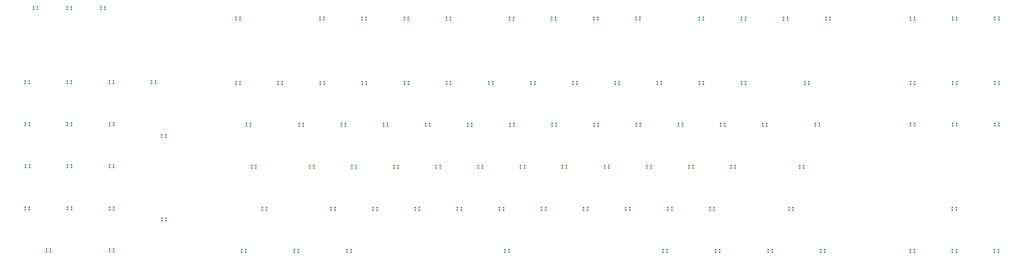
<source format=gbr>
%TF.GenerationSoftware,KiCad,Pcbnew,8.0.1-8.0.1-1~ubuntu22.04.1*%
%TF.CreationDate,2024-03-21T20:32:24+01:00*%
%TF.ProjectId,keyboard_pcb,6b657962-6f61-4726-945f-7063622e6b69,rev?*%
%TF.SameCoordinates,Original*%
%TF.FileFunction,Paste,Top*%
%TF.FilePolarity,Positive*%
%FSLAX46Y46*%
G04 Gerber Fmt 4.6, Leading zero omitted, Abs format (unit mm)*
G04 Created by KiCad (PCBNEW 8.0.1-8.0.1-1~ubuntu22.04.1) date 2024-03-21 20:32:24*
%MOMM*%
%LPD*%
G01*
G04 APERTURE LIST*
%ADD10R,0.700000X0.700000*%
G04 APERTURE END LIST*
D10*
%TO.C,D97*%
X380945000Y-163580000D03*
X380945000Y-164680000D03*
X382775000Y-164680000D03*
X382775000Y-163580000D03*
%TD*%
%TO.C,D101*%
X202495000Y-201680000D03*
X202495000Y-202780000D03*
X204325000Y-202780000D03*
X204325000Y-201680000D03*
%TD*%
%TO.C,D78*%
X376195000Y-144530000D03*
X376195000Y-145630000D03*
X378025000Y-145630000D03*
X378025000Y-144530000D03*
%TD*%
%TO.C,D26*%
X323695000Y-163580000D03*
X323695000Y-164680000D03*
X325525000Y-164680000D03*
X325525000Y-163580000D03*
%TD*%
%TO.C,D87*%
X395245000Y-144530000D03*
X395245000Y-145630000D03*
X397075000Y-145630000D03*
X397075000Y-144530000D03*
%TD*%
%TO.C,D68*%
X118955000Y-201430000D03*
X118955000Y-202530000D03*
X120785000Y-202530000D03*
X120785000Y-201430000D03*
%TD*%
%TO.C,D104*%
X369145000Y-201680000D03*
X369145000Y-202780000D03*
X370975000Y-202780000D03*
X370975000Y-201680000D03*
%TD*%
%TO.C,D32*%
X80855000Y-182480000D03*
X80855000Y-183580000D03*
X82685000Y-183580000D03*
X82685000Y-182480000D03*
%TD*%
%TO.C,D106*%
X416745000Y-201680000D03*
X416745000Y-202780000D03*
X418575000Y-202780000D03*
X418575000Y-201680000D03*
%TD*%
%TO.C,D3*%
X433295000Y-125580000D03*
X433295000Y-126680000D03*
X435125000Y-126680000D03*
X435125000Y-125580000D03*
%TD*%
%TO.C,D7*%
X438045000Y-144530000D03*
X438045000Y-145630000D03*
X439875000Y-145630000D03*
X439875000Y-144530000D03*
%TD*%
%TO.C,D79*%
X430945000Y-163580000D03*
X430945000Y-164680000D03*
X432775000Y-164680000D03*
X432775000Y-163580000D03*
%TD*%
%TO.C,D93*%
X233245000Y-125580000D03*
X233245000Y-126680000D03*
X235075000Y-126680000D03*
X235075000Y-125580000D03*
%TD*%
%TO.C,D48*%
X328495000Y-125580000D03*
X328495000Y-126680000D03*
X330325000Y-126680000D03*
X330325000Y-125580000D03*
%TD*%
%TO.C,D56*%
X500095000Y-96330000D03*
X500095000Y-97430000D03*
X501925000Y-97430000D03*
X501925000Y-96330000D03*
%TD*%
%TO.C,D5*%
X118955000Y-163380000D03*
X118955000Y-164480000D03*
X120785000Y-164480000D03*
X120785000Y-163380000D03*
%TD*%
%TO.C,D92*%
X481095000Y-125580000D03*
X481095000Y-126680000D03*
X482925000Y-126680000D03*
X482925000Y-125580000D03*
%TD*%
%TO.C,D27*%
X257145000Y-182680000D03*
X257145000Y-183780000D03*
X258975000Y-183780000D03*
X258975000Y-182680000D03*
%TD*%
%TO.C,D28*%
X176145000Y-96330000D03*
X176145000Y-97430000D03*
X177975000Y-97430000D03*
X177975000Y-96330000D03*
%TD*%
%TO.C,D95*%
X204695000Y-144530000D03*
X204695000Y-145630000D03*
X206525000Y-145630000D03*
X206525000Y-144530000D03*
%TD*%
%TO.C,D75*%
X271345000Y-125580000D03*
X271345000Y-126680000D03*
X273175000Y-126680000D03*
X273175000Y-125580000D03*
%TD*%
%TO.C,D96*%
X414245000Y-144530000D03*
X414245000Y-145630000D03*
X416075000Y-145630000D03*
X416075000Y-144530000D03*
%TD*%
%TO.C,D44*%
X285695000Y-163580000D03*
X285695000Y-164680000D03*
X287525000Y-164680000D03*
X287525000Y-163580000D03*
%TD*%
%TO.C,D86*%
X180895000Y-144530000D03*
X180895000Y-145630000D03*
X182725000Y-145630000D03*
X182725000Y-144530000D03*
%TD*%
%TO.C,D81*%
X371395000Y-182680000D03*
X371395000Y-183780000D03*
X373225000Y-183780000D03*
X373225000Y-182680000D03*
%TD*%
%TO.C,D50*%
X118955000Y-182480000D03*
X118955000Y-183580000D03*
X120785000Y-183580000D03*
X120785000Y-182480000D03*
%TD*%
%TO.C,D84*%
X252295000Y-125580000D03*
X252295000Y-126680000D03*
X254125000Y-126680000D03*
X254125000Y-125580000D03*
%TD*%
%TO.C,D6*%
X223745000Y-144530000D03*
X223745000Y-145630000D03*
X225575000Y-145630000D03*
X225575000Y-144530000D03*
%TD*%
%TO.C,D11*%
X385595000Y-96330000D03*
X385595000Y-97430000D03*
X387425000Y-97430000D03*
X387425000Y-96330000D03*
%TD*%
%TO.C,D45*%
X295245000Y-182680000D03*
X295245000Y-183780000D03*
X297075000Y-183780000D03*
X297075000Y-182680000D03*
%TD*%
%TO.C,D76*%
X99905000Y-144330000D03*
X99905000Y-145430000D03*
X101735000Y-145430000D03*
X101735000Y-144330000D03*
%TD*%
%TO.C,D67*%
X80855000Y-144330000D03*
X80855000Y-145430000D03*
X82685000Y-145430000D03*
X82685000Y-144330000D03*
%TD*%
%TO.C,D13*%
X347545000Y-125580000D03*
X347545000Y-126680000D03*
X349375000Y-126680000D03*
X349375000Y-125580000D03*
%TD*%
%TO.C,D89*%
X183295000Y-163580000D03*
X183295000Y-164680000D03*
X185125000Y-164680000D03*
X185125000Y-163580000D03*
%TD*%
%TO.C,D23*%
X80955000Y-163380000D03*
X80955000Y-164480000D03*
X82785000Y-164480000D03*
X82785000Y-163380000D03*
%TD*%
%TO.C,D42*%
X299945000Y-144530000D03*
X299945000Y-145630000D03*
X301775000Y-145630000D03*
X301775000Y-144530000D03*
%TD*%
%TO.C,D52*%
X519045000Y-201680000D03*
X519045000Y-202780000D03*
X520875000Y-202780000D03*
X520875000Y-201680000D03*
%TD*%
%TO.C,D64*%
X271245000Y-96330000D03*
X271245000Y-97430000D03*
X273075000Y-97430000D03*
X273075000Y-96330000D03*
%TD*%
%TO.C,D31*%
X137955000Y-125230000D03*
X137955000Y-126330000D03*
X139785000Y-126330000D03*
X139785000Y-125230000D03*
%TD*%
%TO.C,D105*%
X392945000Y-201680000D03*
X392945000Y-202780000D03*
X394775000Y-202780000D03*
X394775000Y-201680000D03*
%TD*%
%TO.C,D15*%
X242795000Y-144530000D03*
X242795000Y-145630000D03*
X244625000Y-145630000D03*
X244625000Y-144530000D03*
%TD*%
%TO.C,D22*%
X176145000Y-125580000D03*
X176145000Y-126680000D03*
X177975000Y-126680000D03*
X177975000Y-125580000D03*
%TD*%
%TO.C,D85*%
X118955000Y-144330000D03*
X118955000Y-145430000D03*
X120785000Y-145430000D03*
X120785000Y-144330000D03*
%TD*%
%TO.C,D40*%
X118905000Y-125230000D03*
X118905000Y-126330000D03*
X120735000Y-126330000D03*
X120735000Y-125230000D03*
%TD*%
%TO.C,D38*%
X442795000Y-96330000D03*
X442795000Y-97430000D03*
X444625000Y-97430000D03*
X444625000Y-96330000D03*
%TD*%
%TO.C,D73*%
X299795000Y-96330000D03*
X299795000Y-97430000D03*
X301625000Y-97430000D03*
X301625000Y-96330000D03*
%TD*%
%TO.C,D77*%
X90405000Y-201480000D03*
X90405000Y-202580000D03*
X92235000Y-202580000D03*
X92235000Y-201480000D03*
%TD*%
%TO.C,D43*%
X499995000Y-182680000D03*
X499995000Y-183780000D03*
X501825000Y-183780000D03*
X501825000Y-182680000D03*
%TD*%
%TO.C,D63*%
X333295000Y-182680000D03*
X333295000Y-183780000D03*
X335125000Y-183780000D03*
X335125000Y-182680000D03*
%TD*%
%TO.C,D36*%
X276195000Y-182680000D03*
X276195000Y-183780000D03*
X278025000Y-183780000D03*
X278025000Y-182680000D03*
%TD*%
%TO.C,D98*%
X188045000Y-182680000D03*
X188045000Y-183780000D03*
X189875000Y-183780000D03*
X189875000Y-182680000D03*
%TD*%
%TO.C,D29*%
X423695000Y-96330000D03*
X423695000Y-97430000D03*
X425525000Y-97430000D03*
X425525000Y-96330000D03*
%TD*%
%TO.C,D70*%
X480995000Y-201680000D03*
X480995000Y-202780000D03*
X482825000Y-202780000D03*
X482825000Y-201680000D03*
%TD*%
%TO.C,D20*%
X404645000Y-96330000D03*
X404645000Y-97430000D03*
X406475000Y-97430000D03*
X406475000Y-96330000D03*
%TD*%
%TO.C,D14*%
X99905000Y-163380000D03*
X99905000Y-164480000D03*
X101735000Y-164480000D03*
X101735000Y-163380000D03*
%TD*%
%TO.C,D59*%
X142605000Y-187430000D03*
X142605000Y-188530000D03*
X144435000Y-188530000D03*
X144435000Y-187430000D03*
%TD*%
%TO.C,D24*%
X261845000Y-144530000D03*
X261845000Y-145630000D03*
X263675000Y-145630000D03*
X263675000Y-144530000D03*
%TD*%
%TO.C,D1*%
X84555000Y-91630000D03*
X84555000Y-92730000D03*
X86385000Y-92730000D03*
X86385000Y-91630000D03*
%TD*%
%TO.C,D53*%
X266645000Y-163580000D03*
X266645000Y-164680000D03*
X268475000Y-164680000D03*
X268475000Y-163580000D03*
%TD*%
%TO.C,D82*%
X318845000Y-96330000D03*
X318845000Y-97430000D03*
X320675000Y-97430000D03*
X320675000Y-96330000D03*
%TD*%
%TO.C,D4*%
X214245000Y-125580000D03*
X214245000Y-126680000D03*
X216075000Y-126680000D03*
X216075000Y-125580000D03*
%TD*%
%TO.C,D99*%
X426195000Y-182680000D03*
X426195000Y-183780000D03*
X428025000Y-183780000D03*
X428025000Y-182680000D03*
%TD*%
%TO.C,D51*%
X318995000Y-144530000D03*
X318995000Y-145630000D03*
X320825000Y-145630000D03*
X320825000Y-144530000D03*
%TD*%
%TO.C,D12*%
X404695000Y-125580000D03*
X404695000Y-126680000D03*
X406525000Y-126680000D03*
X406525000Y-125580000D03*
%TD*%
%TO.C,D62*%
X247595000Y-163580000D03*
X247595000Y-164680000D03*
X249425000Y-164680000D03*
X249425000Y-163580000D03*
%TD*%
%TO.C,D10*%
X99855000Y-91630000D03*
X99855000Y-92730000D03*
X101685000Y-92730000D03*
X101685000Y-91630000D03*
%TD*%
%TO.C,D54*%
X314295000Y-182680000D03*
X314295000Y-183780000D03*
X316125000Y-183780000D03*
X316125000Y-182680000D03*
%TD*%
%TO.C,D61*%
X499995000Y-201680000D03*
X499995000Y-202780000D03*
X501825000Y-202780000D03*
X501825000Y-201680000D03*
%TD*%
%TO.C,D41*%
X99905000Y-182380000D03*
X99905000Y-183480000D03*
X101735000Y-183480000D03*
X101735000Y-182380000D03*
%TD*%
%TO.C,D107*%
X440495000Y-201680000D03*
X440495000Y-202780000D03*
X442325000Y-202780000D03*
X442325000Y-201680000D03*
%TD*%
%TO.C,D2*%
X356945000Y-96330000D03*
X356945000Y-97430000D03*
X358775000Y-97430000D03*
X358775000Y-96330000D03*
%TD*%
%TO.C,D100*%
X178645000Y-201680000D03*
X178645000Y-202780000D03*
X180475000Y-202780000D03*
X180475000Y-201680000D03*
%TD*%
%TO.C,D8*%
X361895000Y-163580000D03*
X361895000Y-164680000D03*
X363725000Y-164680000D03*
X363725000Y-163580000D03*
%TD*%
%TO.C,D18*%
X238095000Y-182680000D03*
X238095000Y-183780000D03*
X239925000Y-183780000D03*
X239925000Y-182680000D03*
%TD*%
%TO.C,D74*%
X519195000Y-125580000D03*
X519195000Y-126680000D03*
X521025000Y-126680000D03*
X521025000Y-125580000D03*
%TD*%
%TO.C,D94*%
X142505000Y-149630000D03*
X142505000Y-150730000D03*
X144335000Y-150730000D03*
X144335000Y-149630000D03*
%TD*%
%TO.C,D102*%
X226295000Y-201680000D03*
X226295000Y-202780000D03*
X228125000Y-202780000D03*
X228125000Y-201680000D03*
%TD*%
%TO.C,D90*%
X390445000Y-182680000D03*
X390445000Y-183780000D03*
X392275000Y-183780000D03*
X392275000Y-182680000D03*
%TD*%
%TO.C,D57*%
X309445000Y-125580000D03*
X309445000Y-126680000D03*
X311275000Y-126680000D03*
X311275000Y-125580000D03*
%TD*%
%TO.C,D66*%
X290395000Y-125580000D03*
X290395000Y-126680000D03*
X292225000Y-126680000D03*
X292225000Y-125580000D03*
%TD*%
%TO.C,D33*%
X280895000Y-144530000D03*
X280895000Y-145630000D03*
X282725000Y-145630000D03*
X282725000Y-144530000D03*
%TD*%
%TO.C,D65*%
X519195000Y-96330000D03*
X519195000Y-97430000D03*
X521025000Y-97430000D03*
X521025000Y-96330000D03*
%TD*%
%TO.C,D80*%
X209495000Y-163580000D03*
X209495000Y-164680000D03*
X211325000Y-164680000D03*
X211325000Y-163580000D03*
%TD*%
%TO.C,D55*%
X252195000Y-96330000D03*
X252195000Y-97430000D03*
X254025000Y-97430000D03*
X254025000Y-96330000D03*
%TD*%
%TO.C,D16*%
X481095000Y-144380000D03*
X481095000Y-145480000D03*
X482925000Y-145480000D03*
X482925000Y-144380000D03*
%TD*%
%TO.C,D69*%
X357095000Y-144530000D03*
X357095000Y-145630000D03*
X358925000Y-145630000D03*
X358925000Y-144530000D03*
%TD*%
%TO.C,D60*%
X338045000Y-144530000D03*
X338045000Y-145630000D03*
X339875000Y-145630000D03*
X339875000Y-144530000D03*
%TD*%
%TO.C,D49*%
X99855000Y-125230000D03*
X99855000Y-126330000D03*
X101685000Y-126330000D03*
X101685000Y-125230000D03*
%TD*%
%TO.C,D103*%
X297695000Y-201680000D03*
X297695000Y-202780000D03*
X299525000Y-202780000D03*
X299525000Y-201680000D03*
%TD*%
%TO.C,D83*%
X500145000Y-125580000D03*
X500145000Y-126680000D03*
X501975000Y-126680000D03*
X501975000Y-125580000D03*
%TD*%
%TO.C,D35*%
X304745000Y-163580000D03*
X304745000Y-164680000D03*
X306575000Y-164680000D03*
X306575000Y-163580000D03*
%TD*%
%TO.C,D72*%
X352345000Y-182680000D03*
X352345000Y-183780000D03*
X354175000Y-183780000D03*
X354175000Y-182680000D03*
%TD*%
%TO.C,D71*%
X228545000Y-163580000D03*
X228545000Y-164680000D03*
X230375000Y-164680000D03*
X230375000Y-163580000D03*
%TD*%
%TO.C,D88*%
X399995000Y-163580000D03*
X399995000Y-164680000D03*
X401825000Y-164680000D03*
X401825000Y-163580000D03*
%TD*%
%TO.C,D58*%
X80805000Y-125230000D03*
X80805000Y-126330000D03*
X82635000Y-126330000D03*
X82635000Y-125230000D03*
%TD*%
%TO.C,D39*%
X195195000Y-125580000D03*
X195195000Y-126680000D03*
X197025000Y-126680000D03*
X197025000Y-125580000D03*
%TD*%
%TO.C,D19*%
X115105000Y-91630000D03*
X115105000Y-92730000D03*
X116935000Y-92730000D03*
X116935000Y-91630000D03*
%TD*%
%TO.C,D37*%
X214095000Y-96330000D03*
X214095000Y-97430000D03*
X215925000Y-97430000D03*
X215925000Y-96330000D03*
%TD*%
%TO.C,D46*%
X233145000Y-96330000D03*
X233145000Y-97430000D03*
X234975000Y-97430000D03*
X234975000Y-96330000D03*
%TD*%
%TO.C,D30*%
X366595000Y-125580000D03*
X366595000Y-126680000D03*
X368425000Y-126680000D03*
X368425000Y-125580000D03*
%TD*%
%TO.C,D21*%
X385645000Y-125580000D03*
X385645000Y-126680000D03*
X387475000Y-126680000D03*
X387475000Y-125580000D03*
%TD*%
%TO.C,D17*%
X342845000Y-163580000D03*
X342845000Y-164680000D03*
X344675000Y-164680000D03*
X344675000Y-163580000D03*
%TD*%
%TO.C,D25*%
X500145000Y-144380000D03*
X500145000Y-145480000D03*
X501975000Y-145480000D03*
X501975000Y-144380000D03*
%TD*%
%TO.C,D91*%
X337895000Y-96330000D03*
X337895000Y-97430000D03*
X339725000Y-97430000D03*
X339725000Y-96330000D03*
%TD*%
%TO.C,D34*%
X519195000Y-144380000D03*
X519195000Y-145480000D03*
X521025000Y-145480000D03*
X521025000Y-144380000D03*
%TD*%
%TO.C,D9*%
X219045000Y-182680000D03*
X219045000Y-183780000D03*
X220875000Y-183780000D03*
X220875000Y-182680000D03*
%TD*%
%TO.C,D47*%
X481095000Y-96330000D03*
X481095000Y-97430000D03*
X482925000Y-97430000D03*
X482925000Y-96330000D03*
%TD*%
M02*

</source>
